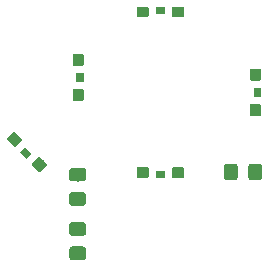
<source format=gbr>
G04 #@! TF.GenerationSoftware,KiCad,Pcbnew,5.1.2*
G04 #@! TF.CreationDate,2019-07-07T07:42:55-07:00*
G04 #@! TF.ProjectId,MegaMan_SAO,4d656761-4d61-46e5-9f53-414f2e6b6963,rev?*
G04 #@! TF.SameCoordinates,Original*
G04 #@! TF.FileFunction,Paste,Bot*
G04 #@! TF.FilePolarity,Positive*
%FSLAX46Y46*%
G04 Gerber Fmt 4.6, Leading zero omitted, Abs format (unit mm)*
G04 Created by KiCad (PCBNEW 5.1.2) date 2019-07-07 07:42:55*
%MOMM*%
%LPD*%
G04 APERTURE LIST*
%ADD10C,0.100000*%
%ADD11C,0.600000*%
%ADD12C,0.900000*%
%ADD13C,1.150000*%
G04 APERTURE END LIST*
D10*
G36*
X88543749Y-94671588D02*
G01*
X88549573Y-94672452D01*
X88555285Y-94673883D01*
X88560829Y-94675866D01*
X88566152Y-94678384D01*
X88571202Y-94681411D01*
X88575932Y-94684918D01*
X88580294Y-94688873D01*
X89061127Y-95169706D01*
X89065082Y-95174068D01*
X89068589Y-95178798D01*
X89071616Y-95183848D01*
X89074134Y-95189171D01*
X89076117Y-95194715D01*
X89077548Y-95200427D01*
X89078412Y-95206251D01*
X89078701Y-95212132D01*
X89078412Y-95218013D01*
X89077548Y-95223837D01*
X89076117Y-95229549D01*
X89074134Y-95235093D01*
X89071616Y-95240416D01*
X89068589Y-95245466D01*
X89065082Y-95250196D01*
X89061127Y-95254558D01*
X88721716Y-95593969D01*
X88717354Y-95597924D01*
X88712624Y-95601431D01*
X88707574Y-95604458D01*
X88702251Y-95606976D01*
X88696707Y-95608959D01*
X88690995Y-95610390D01*
X88685171Y-95611254D01*
X88679290Y-95611543D01*
X88673409Y-95611254D01*
X88667585Y-95610390D01*
X88661873Y-95608959D01*
X88656329Y-95606976D01*
X88651006Y-95604458D01*
X88645956Y-95601431D01*
X88641226Y-95597924D01*
X88636864Y-95593969D01*
X88156031Y-95113136D01*
X88152076Y-95108774D01*
X88148569Y-95104044D01*
X88145542Y-95098994D01*
X88143024Y-95093671D01*
X88141041Y-95088127D01*
X88139610Y-95082415D01*
X88138746Y-95076591D01*
X88138457Y-95070710D01*
X88138746Y-95064829D01*
X88139610Y-95059005D01*
X88141041Y-95053293D01*
X88143024Y-95047749D01*
X88145542Y-95042426D01*
X88148569Y-95037376D01*
X88152076Y-95032646D01*
X88156031Y-95028284D01*
X88495442Y-94688873D01*
X88499804Y-94684918D01*
X88504534Y-94681411D01*
X88509584Y-94678384D01*
X88514907Y-94675866D01*
X88520451Y-94673883D01*
X88526163Y-94672452D01*
X88531987Y-94671588D01*
X88537868Y-94671299D01*
X88543749Y-94671588D01*
X88543749Y-94671588D01*
G37*
D11*
X88608579Y-95141421D03*
D10*
G36*
X87627451Y-93340656D02*
G01*
X87636187Y-93341952D01*
X87644755Y-93344098D01*
X87653071Y-93347074D01*
X87661055Y-93350850D01*
X87668630Y-93355391D01*
X87675724Y-93360652D01*
X87682269Y-93366583D01*
X88262096Y-93946410D01*
X88268027Y-93952955D01*
X88273288Y-93960049D01*
X88277829Y-93967624D01*
X88281605Y-93975608D01*
X88284581Y-93983924D01*
X88286727Y-93992492D01*
X88288023Y-94001228D01*
X88288456Y-94010050D01*
X88288023Y-94018872D01*
X88286727Y-94027608D01*
X88284581Y-94036176D01*
X88281605Y-94044492D01*
X88277829Y-94052476D01*
X88273288Y-94060051D01*
X88268027Y-94067145D01*
X88262096Y-94073690D01*
X87752979Y-94582807D01*
X87746434Y-94588738D01*
X87739340Y-94593999D01*
X87731765Y-94598540D01*
X87723781Y-94602316D01*
X87715465Y-94605292D01*
X87706897Y-94607438D01*
X87698161Y-94608734D01*
X87689339Y-94609167D01*
X87680517Y-94608734D01*
X87671781Y-94607438D01*
X87663213Y-94605292D01*
X87654897Y-94602316D01*
X87646913Y-94598540D01*
X87639338Y-94593999D01*
X87632244Y-94588738D01*
X87625699Y-94582807D01*
X87045872Y-94002980D01*
X87039941Y-93996435D01*
X87034680Y-93989341D01*
X87030139Y-93981766D01*
X87026363Y-93973782D01*
X87023387Y-93965466D01*
X87021241Y-93956898D01*
X87019945Y-93948162D01*
X87019512Y-93939340D01*
X87019945Y-93930518D01*
X87021241Y-93921782D01*
X87023387Y-93913214D01*
X87026363Y-93904898D01*
X87030139Y-93896914D01*
X87034680Y-93889339D01*
X87039941Y-93882245D01*
X87045872Y-93875700D01*
X87554989Y-93366583D01*
X87561534Y-93360652D01*
X87568628Y-93355391D01*
X87576203Y-93350850D01*
X87584187Y-93347074D01*
X87592503Y-93344098D01*
X87601071Y-93341952D01*
X87609807Y-93340656D01*
X87618629Y-93340223D01*
X87627451Y-93340656D01*
X87627451Y-93340656D01*
G37*
D12*
X87653984Y-93974695D03*
D10*
G36*
X89748772Y-95461977D02*
G01*
X89757508Y-95463273D01*
X89766076Y-95465419D01*
X89774392Y-95468395D01*
X89782376Y-95472171D01*
X89789951Y-95476712D01*
X89797045Y-95481973D01*
X89803590Y-95487904D01*
X90383417Y-96067731D01*
X90389348Y-96074276D01*
X90394609Y-96081370D01*
X90399150Y-96088945D01*
X90402926Y-96096929D01*
X90405902Y-96105245D01*
X90408048Y-96113813D01*
X90409344Y-96122549D01*
X90409777Y-96131371D01*
X90409344Y-96140193D01*
X90408048Y-96148929D01*
X90405902Y-96157497D01*
X90402926Y-96165813D01*
X90399150Y-96173797D01*
X90394609Y-96181372D01*
X90389348Y-96188466D01*
X90383417Y-96195011D01*
X89874300Y-96704128D01*
X89867755Y-96710059D01*
X89860661Y-96715320D01*
X89853086Y-96719861D01*
X89845102Y-96723637D01*
X89836786Y-96726613D01*
X89828218Y-96728759D01*
X89819482Y-96730055D01*
X89810660Y-96730488D01*
X89801838Y-96730055D01*
X89793102Y-96728759D01*
X89784534Y-96726613D01*
X89776218Y-96723637D01*
X89768234Y-96719861D01*
X89760659Y-96715320D01*
X89753565Y-96710059D01*
X89747020Y-96704128D01*
X89167193Y-96124301D01*
X89161262Y-96117756D01*
X89156001Y-96110662D01*
X89151460Y-96103087D01*
X89147684Y-96095103D01*
X89144708Y-96086787D01*
X89142562Y-96078219D01*
X89141266Y-96069483D01*
X89140833Y-96060661D01*
X89141266Y-96051839D01*
X89142562Y-96043103D01*
X89144708Y-96034535D01*
X89147684Y-96026219D01*
X89151460Y-96018235D01*
X89156001Y-96010660D01*
X89161262Y-96003566D01*
X89167193Y-95997021D01*
X89676310Y-95487904D01*
X89682855Y-95481973D01*
X89689949Y-95476712D01*
X89697524Y-95472171D01*
X89705508Y-95468395D01*
X89713824Y-95465419D01*
X89722392Y-95463273D01*
X89731128Y-95461977D01*
X89739950Y-95461544D01*
X89748772Y-95461977D01*
X89748772Y-95461977D01*
G37*
D12*
X89775305Y-96096016D03*
D10*
G36*
X101918822Y-96350433D02*
G01*
X101927558Y-96351729D01*
X101936126Y-96353875D01*
X101944442Y-96356851D01*
X101952426Y-96360627D01*
X101960001Y-96365168D01*
X101967095Y-96370429D01*
X101973640Y-96376360D01*
X101979571Y-96382905D01*
X101984832Y-96389999D01*
X101989373Y-96397574D01*
X101993149Y-96405558D01*
X101996125Y-96413874D01*
X101998271Y-96422442D01*
X101999567Y-96431178D01*
X102000000Y-96440000D01*
X102000000Y-97160000D01*
X101999567Y-97168822D01*
X101998271Y-97177558D01*
X101996125Y-97186126D01*
X101993149Y-97194442D01*
X101989373Y-97202426D01*
X101984832Y-97210001D01*
X101979571Y-97217095D01*
X101973640Y-97223640D01*
X101967095Y-97229571D01*
X101960001Y-97234832D01*
X101952426Y-97239373D01*
X101944442Y-97243149D01*
X101936126Y-97246125D01*
X101927558Y-97248271D01*
X101918822Y-97249567D01*
X101910000Y-97250000D01*
X101090000Y-97250000D01*
X101081178Y-97249567D01*
X101072442Y-97248271D01*
X101063874Y-97246125D01*
X101055558Y-97243149D01*
X101047574Y-97239373D01*
X101039999Y-97234832D01*
X101032905Y-97229571D01*
X101026360Y-97223640D01*
X101020429Y-97217095D01*
X101015168Y-97210001D01*
X101010627Y-97202426D01*
X101006851Y-97194442D01*
X101003875Y-97186126D01*
X101001729Y-97177558D01*
X101000433Y-97168822D01*
X101000000Y-97160000D01*
X101000000Y-96440000D01*
X101000433Y-96431178D01*
X101001729Y-96422442D01*
X101003875Y-96413874D01*
X101006851Y-96405558D01*
X101010627Y-96397574D01*
X101015168Y-96389999D01*
X101020429Y-96382905D01*
X101026360Y-96376360D01*
X101032905Y-96370429D01*
X101039999Y-96365168D01*
X101047574Y-96360627D01*
X101055558Y-96356851D01*
X101063874Y-96353875D01*
X101072442Y-96351729D01*
X101081178Y-96350433D01*
X101090000Y-96350000D01*
X101910000Y-96350000D01*
X101918822Y-96350433D01*
X101918822Y-96350433D01*
G37*
D12*
X101500000Y-96800000D03*
D10*
G36*
X98918822Y-96350433D02*
G01*
X98927558Y-96351729D01*
X98936126Y-96353875D01*
X98944442Y-96356851D01*
X98952426Y-96360627D01*
X98960001Y-96365168D01*
X98967095Y-96370429D01*
X98973640Y-96376360D01*
X98979571Y-96382905D01*
X98984832Y-96389999D01*
X98989373Y-96397574D01*
X98993149Y-96405558D01*
X98996125Y-96413874D01*
X98998271Y-96422442D01*
X98999567Y-96431178D01*
X99000000Y-96440000D01*
X99000000Y-97160000D01*
X98999567Y-97168822D01*
X98998271Y-97177558D01*
X98996125Y-97186126D01*
X98993149Y-97194442D01*
X98989373Y-97202426D01*
X98984832Y-97210001D01*
X98979571Y-97217095D01*
X98973640Y-97223640D01*
X98967095Y-97229571D01*
X98960001Y-97234832D01*
X98952426Y-97239373D01*
X98944442Y-97243149D01*
X98936126Y-97246125D01*
X98927558Y-97248271D01*
X98918822Y-97249567D01*
X98910000Y-97250000D01*
X98090000Y-97250000D01*
X98081178Y-97249567D01*
X98072442Y-97248271D01*
X98063874Y-97246125D01*
X98055558Y-97243149D01*
X98047574Y-97239373D01*
X98039999Y-97234832D01*
X98032905Y-97229571D01*
X98026360Y-97223640D01*
X98020429Y-97217095D01*
X98015168Y-97210001D01*
X98010627Y-97202426D01*
X98006851Y-97194442D01*
X98003875Y-97186126D01*
X98001729Y-97177558D01*
X98000433Y-97168822D01*
X98000000Y-97160000D01*
X98000000Y-96440000D01*
X98000433Y-96431178D01*
X98001729Y-96422442D01*
X98003875Y-96413874D01*
X98006851Y-96405558D01*
X98010627Y-96397574D01*
X98015168Y-96389999D01*
X98020429Y-96382905D01*
X98026360Y-96376360D01*
X98032905Y-96370429D01*
X98039999Y-96365168D01*
X98047574Y-96360627D01*
X98055558Y-96356851D01*
X98063874Y-96353875D01*
X98072442Y-96351729D01*
X98081178Y-96350433D01*
X98090000Y-96350000D01*
X98910000Y-96350000D01*
X98918822Y-96350433D01*
X98918822Y-96350433D01*
G37*
D12*
X98500000Y-96800000D03*
D10*
G36*
X100345881Y-96650289D02*
G01*
X100351705Y-96651153D01*
X100357417Y-96652584D01*
X100362961Y-96654567D01*
X100368284Y-96657085D01*
X100373334Y-96660112D01*
X100378064Y-96663619D01*
X100382426Y-96667574D01*
X100386381Y-96671936D01*
X100389888Y-96676666D01*
X100392915Y-96681716D01*
X100395433Y-96687039D01*
X100397416Y-96692583D01*
X100398847Y-96698295D01*
X100399711Y-96704119D01*
X100400000Y-96710000D01*
X100400000Y-97190000D01*
X100399711Y-97195881D01*
X100398847Y-97201705D01*
X100397416Y-97207417D01*
X100395433Y-97212961D01*
X100392915Y-97218284D01*
X100389888Y-97223334D01*
X100386381Y-97228064D01*
X100382426Y-97232426D01*
X100378064Y-97236381D01*
X100373334Y-97239888D01*
X100368284Y-97242915D01*
X100362961Y-97245433D01*
X100357417Y-97247416D01*
X100351705Y-97248847D01*
X100345881Y-97249711D01*
X100340000Y-97250000D01*
X99660000Y-97250000D01*
X99654119Y-97249711D01*
X99648295Y-97248847D01*
X99642583Y-97247416D01*
X99637039Y-97245433D01*
X99631716Y-97242915D01*
X99626666Y-97239888D01*
X99621936Y-97236381D01*
X99617574Y-97232426D01*
X99613619Y-97228064D01*
X99610112Y-97223334D01*
X99607085Y-97218284D01*
X99604567Y-97212961D01*
X99602584Y-97207417D01*
X99601153Y-97201705D01*
X99600289Y-97195881D01*
X99600000Y-97190000D01*
X99600000Y-96710000D01*
X99600289Y-96704119D01*
X99601153Y-96698295D01*
X99602584Y-96692583D01*
X99604567Y-96687039D01*
X99607085Y-96681716D01*
X99610112Y-96676666D01*
X99613619Y-96671936D01*
X99617574Y-96667574D01*
X99621936Y-96663619D01*
X99626666Y-96660112D01*
X99631716Y-96657085D01*
X99637039Y-96654567D01*
X99642583Y-96652584D01*
X99648295Y-96651153D01*
X99654119Y-96650289D01*
X99660000Y-96650000D01*
X100340000Y-96650000D01*
X100345881Y-96650289D01*
X100345881Y-96650289D01*
G37*
D11*
X100000000Y-96950000D03*
D10*
G36*
X108445881Y-89600289D02*
G01*
X108451705Y-89601153D01*
X108457417Y-89602584D01*
X108462961Y-89604567D01*
X108468284Y-89607085D01*
X108473334Y-89610112D01*
X108478064Y-89613619D01*
X108482426Y-89617574D01*
X108486381Y-89621936D01*
X108489888Y-89626666D01*
X108492915Y-89631716D01*
X108495433Y-89637039D01*
X108497416Y-89642583D01*
X108498847Y-89648295D01*
X108499711Y-89654119D01*
X108500000Y-89660000D01*
X108500000Y-90340000D01*
X108499711Y-90345881D01*
X108498847Y-90351705D01*
X108497416Y-90357417D01*
X108495433Y-90362961D01*
X108492915Y-90368284D01*
X108489888Y-90373334D01*
X108486381Y-90378064D01*
X108482426Y-90382426D01*
X108478064Y-90386381D01*
X108473334Y-90389888D01*
X108468284Y-90392915D01*
X108462961Y-90395433D01*
X108457417Y-90397416D01*
X108451705Y-90398847D01*
X108445881Y-90399711D01*
X108440000Y-90400000D01*
X107960000Y-90400000D01*
X107954119Y-90399711D01*
X107948295Y-90398847D01*
X107942583Y-90397416D01*
X107937039Y-90395433D01*
X107931716Y-90392915D01*
X107926666Y-90389888D01*
X107921936Y-90386381D01*
X107917574Y-90382426D01*
X107913619Y-90378064D01*
X107910112Y-90373334D01*
X107907085Y-90368284D01*
X107904567Y-90362961D01*
X107902584Y-90357417D01*
X107901153Y-90351705D01*
X107900289Y-90345881D01*
X107900000Y-90340000D01*
X107900000Y-89660000D01*
X107900289Y-89654119D01*
X107901153Y-89648295D01*
X107902584Y-89642583D01*
X107904567Y-89637039D01*
X107907085Y-89631716D01*
X107910112Y-89626666D01*
X107913619Y-89621936D01*
X107917574Y-89617574D01*
X107921936Y-89613619D01*
X107926666Y-89610112D01*
X107931716Y-89607085D01*
X107937039Y-89604567D01*
X107942583Y-89602584D01*
X107948295Y-89601153D01*
X107954119Y-89600289D01*
X107960000Y-89600000D01*
X108440000Y-89600000D01*
X108445881Y-89600289D01*
X108445881Y-89600289D01*
G37*
D11*
X108200000Y-90000000D03*
D10*
G36*
X108418822Y-91000433D02*
G01*
X108427558Y-91001729D01*
X108436126Y-91003875D01*
X108444442Y-91006851D01*
X108452426Y-91010627D01*
X108460001Y-91015168D01*
X108467095Y-91020429D01*
X108473640Y-91026360D01*
X108479571Y-91032905D01*
X108484832Y-91039999D01*
X108489373Y-91047574D01*
X108493149Y-91055558D01*
X108496125Y-91063874D01*
X108498271Y-91072442D01*
X108499567Y-91081178D01*
X108500000Y-91090000D01*
X108500000Y-91910000D01*
X108499567Y-91918822D01*
X108498271Y-91927558D01*
X108496125Y-91936126D01*
X108493149Y-91944442D01*
X108489373Y-91952426D01*
X108484832Y-91960001D01*
X108479571Y-91967095D01*
X108473640Y-91973640D01*
X108467095Y-91979571D01*
X108460001Y-91984832D01*
X108452426Y-91989373D01*
X108444442Y-91993149D01*
X108436126Y-91996125D01*
X108427558Y-91998271D01*
X108418822Y-91999567D01*
X108410000Y-92000000D01*
X107690000Y-92000000D01*
X107681178Y-91999567D01*
X107672442Y-91998271D01*
X107663874Y-91996125D01*
X107655558Y-91993149D01*
X107647574Y-91989373D01*
X107639999Y-91984832D01*
X107632905Y-91979571D01*
X107626360Y-91973640D01*
X107620429Y-91967095D01*
X107615168Y-91960001D01*
X107610627Y-91952426D01*
X107606851Y-91944442D01*
X107603875Y-91936126D01*
X107601729Y-91927558D01*
X107600433Y-91918822D01*
X107600000Y-91910000D01*
X107600000Y-91090000D01*
X107600433Y-91081178D01*
X107601729Y-91072442D01*
X107603875Y-91063874D01*
X107606851Y-91055558D01*
X107610627Y-91047574D01*
X107615168Y-91039999D01*
X107620429Y-91032905D01*
X107626360Y-91026360D01*
X107632905Y-91020429D01*
X107639999Y-91015168D01*
X107647574Y-91010627D01*
X107655558Y-91006851D01*
X107663874Y-91003875D01*
X107672442Y-91001729D01*
X107681178Y-91000433D01*
X107690000Y-91000000D01*
X108410000Y-91000000D01*
X108418822Y-91000433D01*
X108418822Y-91000433D01*
G37*
D12*
X108050000Y-91500000D03*
D10*
G36*
X108418822Y-88000433D02*
G01*
X108427558Y-88001729D01*
X108436126Y-88003875D01*
X108444442Y-88006851D01*
X108452426Y-88010627D01*
X108460001Y-88015168D01*
X108467095Y-88020429D01*
X108473640Y-88026360D01*
X108479571Y-88032905D01*
X108484832Y-88039999D01*
X108489373Y-88047574D01*
X108493149Y-88055558D01*
X108496125Y-88063874D01*
X108498271Y-88072442D01*
X108499567Y-88081178D01*
X108500000Y-88090000D01*
X108500000Y-88910000D01*
X108499567Y-88918822D01*
X108498271Y-88927558D01*
X108496125Y-88936126D01*
X108493149Y-88944442D01*
X108489373Y-88952426D01*
X108484832Y-88960001D01*
X108479571Y-88967095D01*
X108473640Y-88973640D01*
X108467095Y-88979571D01*
X108460001Y-88984832D01*
X108452426Y-88989373D01*
X108444442Y-88993149D01*
X108436126Y-88996125D01*
X108427558Y-88998271D01*
X108418822Y-88999567D01*
X108410000Y-89000000D01*
X107690000Y-89000000D01*
X107681178Y-88999567D01*
X107672442Y-88998271D01*
X107663874Y-88996125D01*
X107655558Y-88993149D01*
X107647574Y-88989373D01*
X107639999Y-88984832D01*
X107632905Y-88979571D01*
X107626360Y-88973640D01*
X107620429Y-88967095D01*
X107615168Y-88960001D01*
X107610627Y-88952426D01*
X107606851Y-88944442D01*
X107603875Y-88936126D01*
X107601729Y-88927558D01*
X107600433Y-88918822D01*
X107600000Y-88910000D01*
X107600000Y-88090000D01*
X107600433Y-88081178D01*
X107601729Y-88072442D01*
X107603875Y-88063874D01*
X107606851Y-88055558D01*
X107610627Y-88047574D01*
X107615168Y-88039999D01*
X107620429Y-88032905D01*
X107626360Y-88026360D01*
X107632905Y-88020429D01*
X107639999Y-88015168D01*
X107647574Y-88010627D01*
X107655558Y-88006851D01*
X107663874Y-88003875D01*
X107672442Y-88001729D01*
X107681178Y-88000433D01*
X107690000Y-88000000D01*
X108410000Y-88000000D01*
X108418822Y-88000433D01*
X108418822Y-88000433D01*
G37*
D12*
X108050000Y-88500000D03*
D10*
G36*
X98918822Y-82750433D02*
G01*
X98927558Y-82751729D01*
X98936126Y-82753875D01*
X98944442Y-82756851D01*
X98952426Y-82760627D01*
X98960001Y-82765168D01*
X98967095Y-82770429D01*
X98973640Y-82776360D01*
X98979571Y-82782905D01*
X98984832Y-82789999D01*
X98989373Y-82797574D01*
X98993149Y-82805558D01*
X98996125Y-82813874D01*
X98998271Y-82822442D01*
X98999567Y-82831178D01*
X99000000Y-82840000D01*
X99000000Y-83560000D01*
X98999567Y-83568822D01*
X98998271Y-83577558D01*
X98996125Y-83586126D01*
X98993149Y-83594442D01*
X98989373Y-83602426D01*
X98984832Y-83610001D01*
X98979571Y-83617095D01*
X98973640Y-83623640D01*
X98967095Y-83629571D01*
X98960001Y-83634832D01*
X98952426Y-83639373D01*
X98944442Y-83643149D01*
X98936126Y-83646125D01*
X98927558Y-83648271D01*
X98918822Y-83649567D01*
X98910000Y-83650000D01*
X98090000Y-83650000D01*
X98081178Y-83649567D01*
X98072442Y-83648271D01*
X98063874Y-83646125D01*
X98055558Y-83643149D01*
X98047574Y-83639373D01*
X98039999Y-83634832D01*
X98032905Y-83629571D01*
X98026360Y-83623640D01*
X98020429Y-83617095D01*
X98015168Y-83610001D01*
X98010627Y-83602426D01*
X98006851Y-83594442D01*
X98003875Y-83586126D01*
X98001729Y-83577558D01*
X98000433Y-83568822D01*
X98000000Y-83560000D01*
X98000000Y-82840000D01*
X98000433Y-82831178D01*
X98001729Y-82822442D01*
X98003875Y-82813874D01*
X98006851Y-82805558D01*
X98010627Y-82797574D01*
X98015168Y-82789999D01*
X98020429Y-82782905D01*
X98026360Y-82776360D01*
X98032905Y-82770429D01*
X98039999Y-82765168D01*
X98047574Y-82760627D01*
X98055558Y-82756851D01*
X98063874Y-82753875D01*
X98072442Y-82751729D01*
X98081178Y-82750433D01*
X98090000Y-82750000D01*
X98910000Y-82750000D01*
X98918822Y-82750433D01*
X98918822Y-82750433D01*
G37*
D12*
X98500000Y-83200000D03*
D10*
G36*
X101918822Y-82750433D02*
G01*
X101927558Y-82751729D01*
X101936126Y-82753875D01*
X101944442Y-82756851D01*
X101952426Y-82760627D01*
X101960001Y-82765168D01*
X101967095Y-82770429D01*
X101973640Y-82776360D01*
X101979571Y-82782905D01*
X101984832Y-82789999D01*
X101989373Y-82797574D01*
X101993149Y-82805558D01*
X101996125Y-82813874D01*
X101998271Y-82822442D01*
X101999567Y-82831178D01*
X102000000Y-82840000D01*
X102000000Y-83560000D01*
X101999567Y-83568822D01*
X101998271Y-83577558D01*
X101996125Y-83586126D01*
X101993149Y-83594442D01*
X101989373Y-83602426D01*
X101984832Y-83610001D01*
X101979571Y-83617095D01*
X101973640Y-83623640D01*
X101967095Y-83629571D01*
X101960001Y-83634832D01*
X101952426Y-83639373D01*
X101944442Y-83643149D01*
X101936126Y-83646125D01*
X101927558Y-83648271D01*
X101918822Y-83649567D01*
X101910000Y-83650000D01*
X101090000Y-83650000D01*
X101081178Y-83649567D01*
X101072442Y-83648271D01*
X101063874Y-83646125D01*
X101055558Y-83643149D01*
X101047574Y-83639373D01*
X101039999Y-83634832D01*
X101032905Y-83629571D01*
X101026360Y-83623640D01*
X101020429Y-83617095D01*
X101015168Y-83610001D01*
X101010627Y-83602426D01*
X101006851Y-83594442D01*
X101003875Y-83586126D01*
X101001729Y-83577558D01*
X101000433Y-83568822D01*
X101000000Y-83560000D01*
X101000000Y-82840000D01*
X101000433Y-82831178D01*
X101001729Y-82822442D01*
X101003875Y-82813874D01*
X101006851Y-82805558D01*
X101010627Y-82797574D01*
X101015168Y-82789999D01*
X101020429Y-82782905D01*
X101026360Y-82776360D01*
X101032905Y-82770429D01*
X101039999Y-82765168D01*
X101047574Y-82760627D01*
X101055558Y-82756851D01*
X101063874Y-82753875D01*
X101072442Y-82751729D01*
X101081178Y-82750433D01*
X101090000Y-82750000D01*
X101910000Y-82750000D01*
X101918822Y-82750433D01*
X101918822Y-82750433D01*
G37*
D12*
X101500000Y-83200000D03*
D10*
G36*
X100345881Y-82750289D02*
G01*
X100351705Y-82751153D01*
X100357417Y-82752584D01*
X100362961Y-82754567D01*
X100368284Y-82757085D01*
X100373334Y-82760112D01*
X100378064Y-82763619D01*
X100382426Y-82767574D01*
X100386381Y-82771936D01*
X100389888Y-82776666D01*
X100392915Y-82781716D01*
X100395433Y-82787039D01*
X100397416Y-82792583D01*
X100398847Y-82798295D01*
X100399711Y-82804119D01*
X100400000Y-82810000D01*
X100400000Y-83290000D01*
X100399711Y-83295881D01*
X100398847Y-83301705D01*
X100397416Y-83307417D01*
X100395433Y-83312961D01*
X100392915Y-83318284D01*
X100389888Y-83323334D01*
X100386381Y-83328064D01*
X100382426Y-83332426D01*
X100378064Y-83336381D01*
X100373334Y-83339888D01*
X100368284Y-83342915D01*
X100362961Y-83345433D01*
X100357417Y-83347416D01*
X100351705Y-83348847D01*
X100345881Y-83349711D01*
X100340000Y-83350000D01*
X99660000Y-83350000D01*
X99654119Y-83349711D01*
X99648295Y-83348847D01*
X99642583Y-83347416D01*
X99637039Y-83345433D01*
X99631716Y-83342915D01*
X99626666Y-83339888D01*
X99621936Y-83336381D01*
X99617574Y-83332426D01*
X99613619Y-83328064D01*
X99610112Y-83323334D01*
X99607085Y-83318284D01*
X99604567Y-83312961D01*
X99602584Y-83307417D01*
X99601153Y-83301705D01*
X99600289Y-83295881D01*
X99600000Y-83290000D01*
X99600000Y-82810000D01*
X99600289Y-82804119D01*
X99601153Y-82798295D01*
X99602584Y-82792583D01*
X99604567Y-82787039D01*
X99607085Y-82781716D01*
X99610112Y-82776666D01*
X99613619Y-82771936D01*
X99617574Y-82767574D01*
X99621936Y-82763619D01*
X99626666Y-82760112D01*
X99631716Y-82757085D01*
X99637039Y-82754567D01*
X99642583Y-82752584D01*
X99648295Y-82751153D01*
X99654119Y-82750289D01*
X99660000Y-82750000D01*
X100340000Y-82750000D01*
X100345881Y-82750289D01*
X100345881Y-82750289D01*
G37*
D11*
X100000000Y-83050000D03*
D10*
G36*
X93418822Y-86750433D02*
G01*
X93427558Y-86751729D01*
X93436126Y-86753875D01*
X93444442Y-86756851D01*
X93452426Y-86760627D01*
X93460001Y-86765168D01*
X93467095Y-86770429D01*
X93473640Y-86776360D01*
X93479571Y-86782905D01*
X93484832Y-86789999D01*
X93489373Y-86797574D01*
X93493149Y-86805558D01*
X93496125Y-86813874D01*
X93498271Y-86822442D01*
X93499567Y-86831178D01*
X93500000Y-86840000D01*
X93500000Y-87660000D01*
X93499567Y-87668822D01*
X93498271Y-87677558D01*
X93496125Y-87686126D01*
X93493149Y-87694442D01*
X93489373Y-87702426D01*
X93484832Y-87710001D01*
X93479571Y-87717095D01*
X93473640Y-87723640D01*
X93467095Y-87729571D01*
X93460001Y-87734832D01*
X93452426Y-87739373D01*
X93444442Y-87743149D01*
X93436126Y-87746125D01*
X93427558Y-87748271D01*
X93418822Y-87749567D01*
X93410000Y-87750000D01*
X92690000Y-87750000D01*
X92681178Y-87749567D01*
X92672442Y-87748271D01*
X92663874Y-87746125D01*
X92655558Y-87743149D01*
X92647574Y-87739373D01*
X92639999Y-87734832D01*
X92632905Y-87729571D01*
X92626360Y-87723640D01*
X92620429Y-87717095D01*
X92615168Y-87710001D01*
X92610627Y-87702426D01*
X92606851Y-87694442D01*
X92603875Y-87686126D01*
X92601729Y-87677558D01*
X92600433Y-87668822D01*
X92600000Y-87660000D01*
X92600000Y-86840000D01*
X92600433Y-86831178D01*
X92601729Y-86822442D01*
X92603875Y-86813874D01*
X92606851Y-86805558D01*
X92610627Y-86797574D01*
X92615168Y-86789999D01*
X92620429Y-86782905D01*
X92626360Y-86776360D01*
X92632905Y-86770429D01*
X92639999Y-86765168D01*
X92647574Y-86760627D01*
X92655558Y-86756851D01*
X92663874Y-86753875D01*
X92672442Y-86751729D01*
X92681178Y-86750433D01*
X92690000Y-86750000D01*
X93410000Y-86750000D01*
X93418822Y-86750433D01*
X93418822Y-86750433D01*
G37*
D12*
X93050000Y-87250000D03*
D10*
G36*
X93418822Y-89750433D02*
G01*
X93427558Y-89751729D01*
X93436126Y-89753875D01*
X93444442Y-89756851D01*
X93452426Y-89760627D01*
X93460001Y-89765168D01*
X93467095Y-89770429D01*
X93473640Y-89776360D01*
X93479571Y-89782905D01*
X93484832Y-89789999D01*
X93489373Y-89797574D01*
X93493149Y-89805558D01*
X93496125Y-89813874D01*
X93498271Y-89822442D01*
X93499567Y-89831178D01*
X93500000Y-89840000D01*
X93500000Y-90660000D01*
X93499567Y-90668822D01*
X93498271Y-90677558D01*
X93496125Y-90686126D01*
X93493149Y-90694442D01*
X93489373Y-90702426D01*
X93484832Y-90710001D01*
X93479571Y-90717095D01*
X93473640Y-90723640D01*
X93467095Y-90729571D01*
X93460001Y-90734832D01*
X93452426Y-90739373D01*
X93444442Y-90743149D01*
X93436126Y-90746125D01*
X93427558Y-90748271D01*
X93418822Y-90749567D01*
X93410000Y-90750000D01*
X92690000Y-90750000D01*
X92681178Y-90749567D01*
X92672442Y-90748271D01*
X92663874Y-90746125D01*
X92655558Y-90743149D01*
X92647574Y-90739373D01*
X92639999Y-90734832D01*
X92632905Y-90729571D01*
X92626360Y-90723640D01*
X92620429Y-90717095D01*
X92615168Y-90710001D01*
X92610627Y-90702426D01*
X92606851Y-90694442D01*
X92603875Y-90686126D01*
X92601729Y-90677558D01*
X92600433Y-90668822D01*
X92600000Y-90660000D01*
X92600000Y-89840000D01*
X92600433Y-89831178D01*
X92601729Y-89822442D01*
X92603875Y-89813874D01*
X92606851Y-89805558D01*
X92610627Y-89797574D01*
X92615168Y-89789999D01*
X92620429Y-89782905D01*
X92626360Y-89776360D01*
X92632905Y-89770429D01*
X92639999Y-89765168D01*
X92647574Y-89760627D01*
X92655558Y-89756851D01*
X92663874Y-89753875D01*
X92672442Y-89751729D01*
X92681178Y-89750433D01*
X92690000Y-89750000D01*
X93410000Y-89750000D01*
X93418822Y-89750433D01*
X93418822Y-89750433D01*
G37*
D12*
X93050000Y-90250000D03*
D10*
G36*
X93445881Y-88350289D02*
G01*
X93451705Y-88351153D01*
X93457417Y-88352584D01*
X93462961Y-88354567D01*
X93468284Y-88357085D01*
X93473334Y-88360112D01*
X93478064Y-88363619D01*
X93482426Y-88367574D01*
X93486381Y-88371936D01*
X93489888Y-88376666D01*
X93492915Y-88381716D01*
X93495433Y-88387039D01*
X93497416Y-88392583D01*
X93498847Y-88398295D01*
X93499711Y-88404119D01*
X93500000Y-88410000D01*
X93500000Y-89090000D01*
X93499711Y-89095881D01*
X93498847Y-89101705D01*
X93497416Y-89107417D01*
X93495433Y-89112961D01*
X93492915Y-89118284D01*
X93489888Y-89123334D01*
X93486381Y-89128064D01*
X93482426Y-89132426D01*
X93478064Y-89136381D01*
X93473334Y-89139888D01*
X93468284Y-89142915D01*
X93462961Y-89145433D01*
X93457417Y-89147416D01*
X93451705Y-89148847D01*
X93445881Y-89149711D01*
X93440000Y-89150000D01*
X92960000Y-89150000D01*
X92954119Y-89149711D01*
X92948295Y-89148847D01*
X92942583Y-89147416D01*
X92937039Y-89145433D01*
X92931716Y-89142915D01*
X92926666Y-89139888D01*
X92921936Y-89136381D01*
X92917574Y-89132426D01*
X92913619Y-89128064D01*
X92910112Y-89123334D01*
X92907085Y-89118284D01*
X92904567Y-89112961D01*
X92902584Y-89107417D01*
X92901153Y-89101705D01*
X92900289Y-89095881D01*
X92900000Y-89090000D01*
X92900000Y-88410000D01*
X92900289Y-88404119D01*
X92901153Y-88398295D01*
X92902584Y-88392583D01*
X92904567Y-88387039D01*
X92907085Y-88381716D01*
X92910112Y-88376666D01*
X92913619Y-88371936D01*
X92917574Y-88367574D01*
X92921936Y-88363619D01*
X92926666Y-88360112D01*
X92931716Y-88357085D01*
X92937039Y-88354567D01*
X92942583Y-88352584D01*
X92948295Y-88351153D01*
X92954119Y-88350289D01*
X92960000Y-88350000D01*
X93440000Y-88350000D01*
X93445881Y-88350289D01*
X93445881Y-88350289D01*
G37*
D11*
X93200000Y-88750000D03*
D10*
G36*
X106324505Y-96051204D02*
G01*
X106348773Y-96054804D01*
X106372572Y-96060765D01*
X106395671Y-96069030D01*
X106417850Y-96079520D01*
X106438893Y-96092132D01*
X106458599Y-96106747D01*
X106476777Y-96123223D01*
X106493253Y-96141401D01*
X106507868Y-96161107D01*
X106520480Y-96182150D01*
X106530970Y-96204329D01*
X106539235Y-96227428D01*
X106545196Y-96251227D01*
X106548796Y-96275495D01*
X106550000Y-96299999D01*
X106550000Y-97200001D01*
X106548796Y-97224505D01*
X106545196Y-97248773D01*
X106539235Y-97272572D01*
X106530970Y-97295671D01*
X106520480Y-97317850D01*
X106507868Y-97338893D01*
X106493253Y-97358599D01*
X106476777Y-97376777D01*
X106458599Y-97393253D01*
X106438893Y-97407868D01*
X106417850Y-97420480D01*
X106395671Y-97430970D01*
X106372572Y-97439235D01*
X106348773Y-97445196D01*
X106324505Y-97448796D01*
X106300001Y-97450000D01*
X105649999Y-97450000D01*
X105625495Y-97448796D01*
X105601227Y-97445196D01*
X105577428Y-97439235D01*
X105554329Y-97430970D01*
X105532150Y-97420480D01*
X105511107Y-97407868D01*
X105491401Y-97393253D01*
X105473223Y-97376777D01*
X105456747Y-97358599D01*
X105442132Y-97338893D01*
X105429520Y-97317850D01*
X105419030Y-97295671D01*
X105410765Y-97272572D01*
X105404804Y-97248773D01*
X105401204Y-97224505D01*
X105400000Y-97200001D01*
X105400000Y-96299999D01*
X105401204Y-96275495D01*
X105404804Y-96251227D01*
X105410765Y-96227428D01*
X105419030Y-96204329D01*
X105429520Y-96182150D01*
X105442132Y-96161107D01*
X105456747Y-96141401D01*
X105473223Y-96123223D01*
X105491401Y-96106747D01*
X105511107Y-96092132D01*
X105532150Y-96079520D01*
X105554329Y-96069030D01*
X105577428Y-96060765D01*
X105601227Y-96054804D01*
X105625495Y-96051204D01*
X105649999Y-96050000D01*
X106300001Y-96050000D01*
X106324505Y-96051204D01*
X106324505Y-96051204D01*
G37*
D13*
X105975000Y-96750000D03*
D10*
G36*
X108374505Y-96051204D02*
G01*
X108398773Y-96054804D01*
X108422572Y-96060765D01*
X108445671Y-96069030D01*
X108467850Y-96079520D01*
X108488893Y-96092132D01*
X108508599Y-96106747D01*
X108526777Y-96123223D01*
X108543253Y-96141401D01*
X108557868Y-96161107D01*
X108570480Y-96182150D01*
X108580970Y-96204329D01*
X108589235Y-96227428D01*
X108595196Y-96251227D01*
X108598796Y-96275495D01*
X108600000Y-96299999D01*
X108600000Y-97200001D01*
X108598796Y-97224505D01*
X108595196Y-97248773D01*
X108589235Y-97272572D01*
X108580970Y-97295671D01*
X108570480Y-97317850D01*
X108557868Y-97338893D01*
X108543253Y-97358599D01*
X108526777Y-97376777D01*
X108508599Y-97393253D01*
X108488893Y-97407868D01*
X108467850Y-97420480D01*
X108445671Y-97430970D01*
X108422572Y-97439235D01*
X108398773Y-97445196D01*
X108374505Y-97448796D01*
X108350001Y-97450000D01*
X107699999Y-97450000D01*
X107675495Y-97448796D01*
X107651227Y-97445196D01*
X107627428Y-97439235D01*
X107604329Y-97430970D01*
X107582150Y-97420480D01*
X107561107Y-97407868D01*
X107541401Y-97393253D01*
X107523223Y-97376777D01*
X107506747Y-97358599D01*
X107492132Y-97338893D01*
X107479520Y-97317850D01*
X107469030Y-97295671D01*
X107460765Y-97272572D01*
X107454804Y-97248773D01*
X107451204Y-97224505D01*
X107450000Y-97200001D01*
X107450000Y-96299999D01*
X107451204Y-96275495D01*
X107454804Y-96251227D01*
X107460765Y-96227428D01*
X107469030Y-96204329D01*
X107479520Y-96182150D01*
X107492132Y-96161107D01*
X107506747Y-96141401D01*
X107523223Y-96123223D01*
X107541401Y-96106747D01*
X107561107Y-96092132D01*
X107582150Y-96079520D01*
X107604329Y-96069030D01*
X107627428Y-96060765D01*
X107651227Y-96054804D01*
X107675495Y-96051204D01*
X107699999Y-96050000D01*
X108350001Y-96050000D01*
X108374505Y-96051204D01*
X108374505Y-96051204D01*
G37*
D13*
X108025000Y-96750000D03*
D10*
G36*
X93474505Y-98451204D02*
G01*
X93498773Y-98454804D01*
X93522572Y-98460765D01*
X93545671Y-98469030D01*
X93567850Y-98479520D01*
X93588893Y-98492132D01*
X93608599Y-98506747D01*
X93626777Y-98523223D01*
X93643253Y-98541401D01*
X93657868Y-98561107D01*
X93670480Y-98582150D01*
X93680970Y-98604329D01*
X93689235Y-98627428D01*
X93695196Y-98651227D01*
X93698796Y-98675495D01*
X93700000Y-98699999D01*
X93700000Y-99350001D01*
X93698796Y-99374505D01*
X93695196Y-99398773D01*
X93689235Y-99422572D01*
X93680970Y-99445671D01*
X93670480Y-99467850D01*
X93657868Y-99488893D01*
X93643253Y-99508599D01*
X93626777Y-99526777D01*
X93608599Y-99543253D01*
X93588893Y-99557868D01*
X93567850Y-99570480D01*
X93545671Y-99580970D01*
X93522572Y-99589235D01*
X93498773Y-99595196D01*
X93474505Y-99598796D01*
X93450001Y-99600000D01*
X92549999Y-99600000D01*
X92525495Y-99598796D01*
X92501227Y-99595196D01*
X92477428Y-99589235D01*
X92454329Y-99580970D01*
X92432150Y-99570480D01*
X92411107Y-99557868D01*
X92391401Y-99543253D01*
X92373223Y-99526777D01*
X92356747Y-99508599D01*
X92342132Y-99488893D01*
X92329520Y-99467850D01*
X92319030Y-99445671D01*
X92310765Y-99422572D01*
X92304804Y-99398773D01*
X92301204Y-99374505D01*
X92300000Y-99350001D01*
X92300000Y-98699999D01*
X92301204Y-98675495D01*
X92304804Y-98651227D01*
X92310765Y-98627428D01*
X92319030Y-98604329D01*
X92329520Y-98582150D01*
X92342132Y-98561107D01*
X92356747Y-98541401D01*
X92373223Y-98523223D01*
X92391401Y-98506747D01*
X92411107Y-98492132D01*
X92432150Y-98479520D01*
X92454329Y-98469030D01*
X92477428Y-98460765D01*
X92501227Y-98454804D01*
X92525495Y-98451204D01*
X92549999Y-98450000D01*
X93450001Y-98450000D01*
X93474505Y-98451204D01*
X93474505Y-98451204D01*
G37*
D13*
X93000000Y-99025000D03*
D10*
G36*
X93474505Y-96401204D02*
G01*
X93498773Y-96404804D01*
X93522572Y-96410765D01*
X93545671Y-96419030D01*
X93567850Y-96429520D01*
X93588893Y-96442132D01*
X93608599Y-96456747D01*
X93626777Y-96473223D01*
X93643253Y-96491401D01*
X93657868Y-96511107D01*
X93670480Y-96532150D01*
X93680970Y-96554329D01*
X93689235Y-96577428D01*
X93695196Y-96601227D01*
X93698796Y-96625495D01*
X93700000Y-96649999D01*
X93700000Y-97300001D01*
X93698796Y-97324505D01*
X93695196Y-97348773D01*
X93689235Y-97372572D01*
X93680970Y-97395671D01*
X93670480Y-97417850D01*
X93657868Y-97438893D01*
X93643253Y-97458599D01*
X93626777Y-97476777D01*
X93608599Y-97493253D01*
X93588893Y-97507868D01*
X93567850Y-97520480D01*
X93545671Y-97530970D01*
X93522572Y-97539235D01*
X93498773Y-97545196D01*
X93474505Y-97548796D01*
X93450001Y-97550000D01*
X92549999Y-97550000D01*
X92525495Y-97548796D01*
X92501227Y-97545196D01*
X92477428Y-97539235D01*
X92454329Y-97530970D01*
X92432150Y-97520480D01*
X92411107Y-97507868D01*
X92391401Y-97493253D01*
X92373223Y-97476777D01*
X92356747Y-97458599D01*
X92342132Y-97438893D01*
X92329520Y-97417850D01*
X92319030Y-97395671D01*
X92310765Y-97372572D01*
X92304804Y-97348773D01*
X92301204Y-97324505D01*
X92300000Y-97300001D01*
X92300000Y-96649999D01*
X92301204Y-96625495D01*
X92304804Y-96601227D01*
X92310765Y-96577428D01*
X92319030Y-96554329D01*
X92329520Y-96532150D01*
X92342132Y-96511107D01*
X92356747Y-96491401D01*
X92373223Y-96473223D01*
X92391401Y-96456747D01*
X92411107Y-96442132D01*
X92432150Y-96429520D01*
X92454329Y-96419030D01*
X92477428Y-96410765D01*
X92501227Y-96404804D01*
X92525495Y-96401204D01*
X92549999Y-96400000D01*
X93450001Y-96400000D01*
X93474505Y-96401204D01*
X93474505Y-96401204D01*
G37*
D13*
X93000000Y-96975000D03*
D10*
G36*
X93474505Y-103051204D02*
G01*
X93498773Y-103054804D01*
X93522572Y-103060765D01*
X93545671Y-103069030D01*
X93567850Y-103079520D01*
X93588893Y-103092132D01*
X93608599Y-103106747D01*
X93626777Y-103123223D01*
X93643253Y-103141401D01*
X93657868Y-103161107D01*
X93670480Y-103182150D01*
X93680970Y-103204329D01*
X93689235Y-103227428D01*
X93695196Y-103251227D01*
X93698796Y-103275495D01*
X93700000Y-103299999D01*
X93700000Y-103950001D01*
X93698796Y-103974505D01*
X93695196Y-103998773D01*
X93689235Y-104022572D01*
X93680970Y-104045671D01*
X93670480Y-104067850D01*
X93657868Y-104088893D01*
X93643253Y-104108599D01*
X93626777Y-104126777D01*
X93608599Y-104143253D01*
X93588893Y-104157868D01*
X93567850Y-104170480D01*
X93545671Y-104180970D01*
X93522572Y-104189235D01*
X93498773Y-104195196D01*
X93474505Y-104198796D01*
X93450001Y-104200000D01*
X92549999Y-104200000D01*
X92525495Y-104198796D01*
X92501227Y-104195196D01*
X92477428Y-104189235D01*
X92454329Y-104180970D01*
X92432150Y-104170480D01*
X92411107Y-104157868D01*
X92391401Y-104143253D01*
X92373223Y-104126777D01*
X92356747Y-104108599D01*
X92342132Y-104088893D01*
X92329520Y-104067850D01*
X92319030Y-104045671D01*
X92310765Y-104022572D01*
X92304804Y-103998773D01*
X92301204Y-103974505D01*
X92300000Y-103950001D01*
X92300000Y-103299999D01*
X92301204Y-103275495D01*
X92304804Y-103251227D01*
X92310765Y-103227428D01*
X92319030Y-103204329D01*
X92329520Y-103182150D01*
X92342132Y-103161107D01*
X92356747Y-103141401D01*
X92373223Y-103123223D01*
X92391401Y-103106747D01*
X92411107Y-103092132D01*
X92432150Y-103079520D01*
X92454329Y-103069030D01*
X92477428Y-103060765D01*
X92501227Y-103054804D01*
X92525495Y-103051204D01*
X92549999Y-103050000D01*
X93450001Y-103050000D01*
X93474505Y-103051204D01*
X93474505Y-103051204D01*
G37*
D13*
X93000000Y-103625000D03*
D10*
G36*
X93474505Y-101001204D02*
G01*
X93498773Y-101004804D01*
X93522572Y-101010765D01*
X93545671Y-101019030D01*
X93567850Y-101029520D01*
X93588893Y-101042132D01*
X93608599Y-101056747D01*
X93626777Y-101073223D01*
X93643253Y-101091401D01*
X93657868Y-101111107D01*
X93670480Y-101132150D01*
X93680970Y-101154329D01*
X93689235Y-101177428D01*
X93695196Y-101201227D01*
X93698796Y-101225495D01*
X93700000Y-101249999D01*
X93700000Y-101900001D01*
X93698796Y-101924505D01*
X93695196Y-101948773D01*
X93689235Y-101972572D01*
X93680970Y-101995671D01*
X93670480Y-102017850D01*
X93657868Y-102038893D01*
X93643253Y-102058599D01*
X93626777Y-102076777D01*
X93608599Y-102093253D01*
X93588893Y-102107868D01*
X93567850Y-102120480D01*
X93545671Y-102130970D01*
X93522572Y-102139235D01*
X93498773Y-102145196D01*
X93474505Y-102148796D01*
X93450001Y-102150000D01*
X92549999Y-102150000D01*
X92525495Y-102148796D01*
X92501227Y-102145196D01*
X92477428Y-102139235D01*
X92454329Y-102130970D01*
X92432150Y-102120480D01*
X92411107Y-102107868D01*
X92391401Y-102093253D01*
X92373223Y-102076777D01*
X92356747Y-102058599D01*
X92342132Y-102038893D01*
X92329520Y-102017850D01*
X92319030Y-101995671D01*
X92310765Y-101972572D01*
X92304804Y-101948773D01*
X92301204Y-101924505D01*
X92300000Y-101900001D01*
X92300000Y-101249999D01*
X92301204Y-101225495D01*
X92304804Y-101201227D01*
X92310765Y-101177428D01*
X92319030Y-101154329D01*
X92329520Y-101132150D01*
X92342132Y-101111107D01*
X92356747Y-101091401D01*
X92373223Y-101073223D01*
X92391401Y-101056747D01*
X92411107Y-101042132D01*
X92432150Y-101029520D01*
X92454329Y-101019030D01*
X92477428Y-101010765D01*
X92501227Y-101004804D01*
X92525495Y-101001204D01*
X92549999Y-101000000D01*
X93450001Y-101000000D01*
X93474505Y-101001204D01*
X93474505Y-101001204D01*
G37*
D13*
X93000000Y-101575000D03*
M02*

</source>
